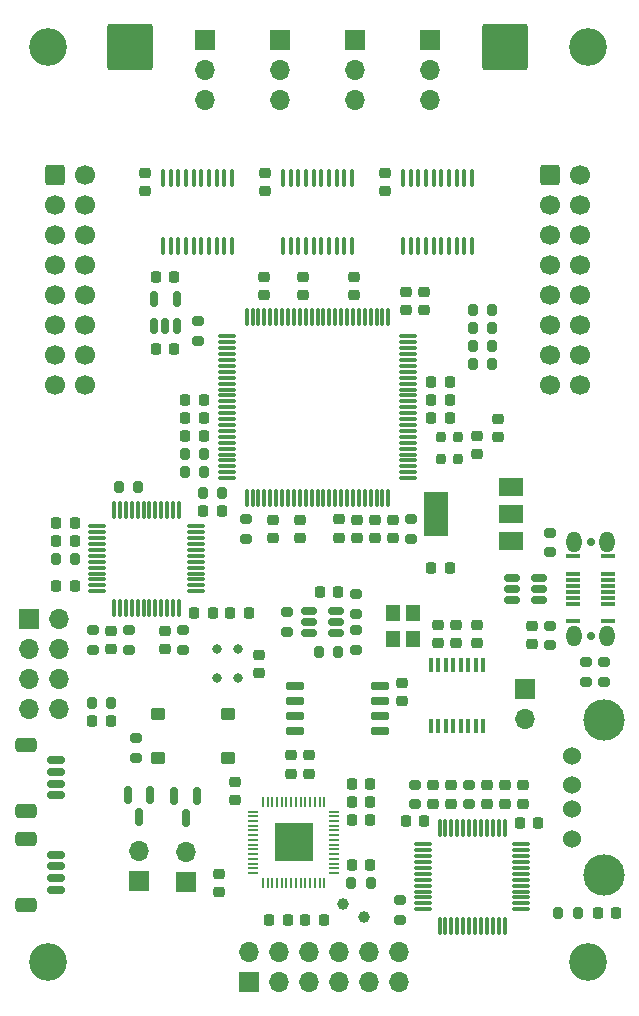
<source format=gbr>
%TF.GenerationSoftware,KiCad,Pcbnew,7.0.10*%
%TF.CreationDate,2024-02-21T15:12:55-06:00*%
%TF.ProjectId,HUB75-FPGA-Card,48554237-352d-4465-9047-412d43617264,rev?*%
%TF.SameCoordinates,Original*%
%TF.FileFunction,Soldermask,Top*%
%TF.FilePolarity,Negative*%
%FSLAX46Y46*%
G04 Gerber Fmt 4.6, Leading zero omitted, Abs format (unit mm)*
G04 Created by KiCad (PCBNEW 7.0.10) date 2024-02-21 15:12:55*
%MOMM*%
%LPD*%
G01*
G04 APERTURE LIST*
G04 Aperture macros list*
%AMRoundRect*
0 Rectangle with rounded corners*
0 $1 Rounding radius*
0 $2 $3 $4 $5 $6 $7 $8 $9 X,Y pos of 4 corners*
0 Add a 4 corners polygon primitive as box body*
4,1,4,$2,$3,$4,$5,$6,$7,$8,$9,$2,$3,0*
0 Add four circle primitives for the rounded corners*
1,1,$1+$1,$2,$3*
1,1,$1+$1,$4,$5*
1,1,$1+$1,$6,$7*
1,1,$1+$1,$8,$9*
0 Add four rect primitives between the rounded corners*
20,1,$1+$1,$2,$3,$4,$5,0*
20,1,$1+$1,$4,$5,$6,$7,0*
20,1,$1+$1,$6,$7,$8,$9,0*
20,1,$1+$1,$8,$9,$2,$3,0*%
G04 Aperture macros list end*
%ADD10C,3.200000*%
%ADD11RoundRect,0.200000X0.275000X-0.200000X0.275000X0.200000X-0.275000X0.200000X-0.275000X-0.200000X0*%
%ADD12RoundRect,0.225000X-0.250000X0.225000X-0.250000X-0.225000X0.250000X-0.225000X0.250000X0.225000X0*%
%ADD13C,1.000000*%
%ADD14RoundRect,0.200000X-0.200000X-0.275000X0.200000X-0.275000X0.200000X0.275000X-0.200000X0.275000X0*%
%ADD15RoundRect,0.150000X-0.150000X0.587500X-0.150000X-0.587500X0.150000X-0.587500X0.150000X0.587500X0*%
%ADD16RoundRect,0.200000X-0.275000X0.200000X-0.275000X-0.200000X0.275000X-0.200000X0.275000X0.200000X0*%
%ADD17RoundRect,0.225000X0.250000X-0.225000X0.250000X0.225000X-0.250000X0.225000X-0.250000X-0.225000X0*%
%ADD18RoundRect,0.150000X-0.512500X-0.150000X0.512500X-0.150000X0.512500X0.150000X-0.512500X0.150000X0*%
%ADD19C,0.800000*%
%ADD20RoundRect,0.225000X-0.225000X-0.250000X0.225000X-0.250000X0.225000X0.250000X-0.225000X0.250000X0*%
%ADD21RoundRect,0.250000X-0.600000X-0.600000X0.600000X-0.600000X0.600000X0.600000X-0.600000X0.600000X0*%
%ADD22C,1.700000*%
%ADD23R,1.700000X1.700000*%
%ADD24O,1.700000X1.700000*%
%ADD25RoundRect,0.225000X0.225000X0.250000X-0.225000X0.250000X-0.225000X-0.250000X0.225000X-0.250000X0*%
%ADD26R,2.000000X1.500000*%
%ADD27R,2.000000X3.800000*%
%ADD28RoundRect,0.200000X0.200000X0.275000X-0.200000X0.275000X-0.200000X-0.275000X0.200000X-0.275000X0*%
%ADD29RoundRect,0.100000X0.100000X-0.637500X0.100000X0.637500X-0.100000X0.637500X-0.100000X-0.637500X0*%
%ADD30RoundRect,0.150000X0.625000X-0.150000X0.625000X0.150000X-0.625000X0.150000X-0.625000X-0.150000X0*%
%ADD31RoundRect,0.250000X0.650000X-0.350000X0.650000X0.350000X-0.650000X0.350000X-0.650000X-0.350000X0*%
%ADD32RoundRect,0.102000X-0.500000X-0.375000X0.500000X-0.375000X0.500000X0.375000X-0.500000X0.375000X0*%
%ADD33R,1.200000X1.400000*%
%ADD34RoundRect,0.250002X-1.699998X-1.699998X1.699998X-1.699998X1.699998X1.699998X-1.699998X1.699998X0*%
%ADD35RoundRect,0.050000X-0.387500X-0.050000X0.387500X-0.050000X0.387500X0.050000X-0.387500X0.050000X0*%
%ADD36RoundRect,0.050000X-0.050000X-0.387500X0.050000X-0.387500X0.050000X0.387500X-0.050000X0.387500X0*%
%ADD37R,3.200000X3.200000*%
%ADD38RoundRect,0.218750X0.218750X0.256250X-0.218750X0.256250X-0.218750X-0.256250X0.218750X-0.256250X0*%
%ADD39RoundRect,0.075000X-0.662500X-0.075000X0.662500X-0.075000X0.662500X0.075000X-0.662500X0.075000X0*%
%ADD40RoundRect,0.075000X-0.075000X-0.662500X0.075000X-0.662500X0.075000X0.662500X-0.075000X0.662500X0*%
%ADD41RoundRect,0.150000X-0.650000X-0.150000X0.650000X-0.150000X0.650000X0.150000X-0.650000X0.150000X0*%
%ADD42RoundRect,0.200000X0.200000X0.250000X-0.200000X0.250000X-0.200000X-0.250000X0.200000X-0.250000X0*%
%ADD43C,0.710000*%
%ADD44RoundRect,0.040000X0.575000X-0.150000X0.575000X0.150000X-0.575000X0.150000X-0.575000X-0.150000X0*%
%ADD45O,1.304000X1.804000*%
%ADD46RoundRect,0.075000X0.075000X-0.662500X0.075000X0.662500X-0.075000X0.662500X-0.075000X-0.662500X0*%
%ADD47RoundRect,0.075000X0.662500X-0.075000X0.662500X0.075000X-0.662500X0.075000X-0.662500X-0.075000X0*%
%ADD48C,1.524000*%
%ADD49C,3.500000*%
%ADD50R,0.400000X1.200000*%
%ADD51RoundRect,0.150000X0.150000X-0.512500X0.150000X0.512500X-0.150000X0.512500X-0.150000X-0.512500X0*%
G04 APERTURE END LIST*
D10*
%TO.C,H2*%
X137160000Y-51435000D03*
%TD*%
D11*
%TO.C,R23*%
X137033000Y-105155000D03*
X137033000Y-103505000D03*
%TD*%
D12*
%TO.C,C30*%
X96774000Y-100825000D03*
X96774000Y-102375000D03*
%TD*%
D11*
%TO.C,R22*%
X98933000Y-111569000D03*
X98933000Y-109919000D03*
%TD*%
D13*
%TO.C,TP1*%
X118237000Y-125095000D03*
%TD*%
D14*
%TO.C,R16*%
X97473000Y-88646000D03*
X99123000Y-88646000D03*
%TD*%
D10*
%TO.C,H3*%
X91440000Y-128905000D03*
%TD*%
D15*
%TO.C,Q2*%
X104074000Y-114803000D03*
X102174000Y-114803000D03*
X103124000Y-116678000D03*
%TD*%
D16*
%TO.C,R12*%
X117531800Y-97764200D03*
X117531800Y-99414200D03*
%TD*%
D17*
%TO.C,C21*%
X113030000Y-72403000D03*
X113030000Y-70853000D03*
%TD*%
D11*
%TO.C,R13*%
X117531800Y-102462200D03*
X117531800Y-100812200D03*
%TD*%
D12*
%TO.C,C8*%
X120650000Y-91427000D03*
X120650000Y-92977000D03*
%TD*%
D18*
%TO.C,U7*%
X113600300Y-99163200D03*
X113600300Y-100113200D03*
X113600300Y-101063200D03*
X115875300Y-101063200D03*
X115875300Y-100113200D03*
X115875300Y-99163200D03*
%TD*%
D12*
%TO.C,C45*%
X132461000Y-100444000D03*
X132461000Y-101994000D03*
%TD*%
D19*
%TO.C,U10*%
X107530000Y-102402000D03*
X107530000Y-104862000D03*
X105830000Y-104862000D03*
X105830000Y-102402000D03*
%TD*%
D20*
%TO.C,C57*%
X117208000Y-120650000D03*
X118758000Y-120650000D03*
%TD*%
D21*
%TO.C,J3*%
X133985000Y-62230000D03*
D22*
X136525000Y-62230000D03*
X133985000Y-64770000D03*
X136525000Y-64770000D03*
X133985000Y-67310000D03*
X136525000Y-67310000D03*
X133985000Y-69850000D03*
X136525000Y-69850000D03*
X133985000Y-72390000D03*
X136525000Y-72390000D03*
X133985000Y-74930000D03*
X136525000Y-74930000D03*
X133985000Y-77470000D03*
X136525000Y-77470000D03*
X133985000Y-80010000D03*
X136525000Y-80010000D03*
%TD*%
D23*
%TO.C,J6*%
X104775000Y-50800000D03*
D24*
X104775000Y-53340000D03*
X104775000Y-55880000D03*
%TD*%
D20*
%TO.C,C2*%
X100637000Y-76962000D03*
X102187000Y-76962000D03*
%TD*%
%TO.C,C14*%
X123939000Y-81280000D03*
X125489000Y-81280000D03*
%TD*%
D12*
%TO.C,C12*%
X110490000Y-91427000D03*
X110490000Y-92977000D03*
%TD*%
D23*
%TO.C,J9*%
X123825000Y-50800000D03*
D24*
X123825000Y-53340000D03*
X123825000Y-55880000D03*
%TD*%
D11*
%TO.C,R18*%
X121285000Y-125285000D03*
X121285000Y-123635000D03*
%TD*%
D17*
%TO.C,C16*%
X121793000Y-73673000D03*
X121793000Y-72123000D03*
%TD*%
D20*
%TO.C,C53*%
X117208000Y-113792000D03*
X118758000Y-113792000D03*
%TD*%
D17*
%TO.C,C15*%
X123317000Y-73673000D03*
X123317000Y-72123000D03*
%TD*%
D16*
%TO.C,FB5*%
X127139000Y-113884500D03*
X127139000Y-115534500D03*
%TD*%
D25*
%TO.C,C49*%
X132982000Y-117094000D03*
X131432000Y-117094000D03*
%TD*%
D26*
%TO.C,U1*%
X130658000Y-93232000D03*
X130658000Y-90932000D03*
D27*
X124358000Y-90932000D03*
D26*
X130658000Y-88632000D03*
%TD*%
D14*
%TO.C,R19*%
X134684000Y-124714000D03*
X136334000Y-124714000D03*
%TD*%
D28*
%TO.C,R9*%
X129095000Y-75184000D03*
X127445000Y-75184000D03*
%TD*%
D20*
%TO.C,C56*%
X117208000Y-116840000D03*
X118758000Y-116840000D03*
%TD*%
%TO.C,C33*%
X104635000Y-90678000D03*
X106185000Y-90678000D03*
%TD*%
D29*
%TO.C,U5*%
X111375000Y-68267500D03*
X112025000Y-68267500D03*
X112675000Y-68267500D03*
X113325000Y-68267500D03*
X113975000Y-68267500D03*
X114625000Y-68267500D03*
X115275000Y-68267500D03*
X115925000Y-68267500D03*
X116575000Y-68267500D03*
X117225000Y-68267500D03*
X117225000Y-62542500D03*
X116575000Y-62542500D03*
X115925000Y-62542500D03*
X115275000Y-62542500D03*
X114625000Y-62542500D03*
X113975000Y-62542500D03*
X113325000Y-62542500D03*
X112675000Y-62542500D03*
X112025000Y-62542500D03*
X111375000Y-62542500D03*
%TD*%
D25*
%TO.C,C42*%
X108471000Y-99314000D03*
X106921000Y-99314000D03*
%TD*%
D17*
%TO.C,C10*%
X109728000Y-72403000D03*
X109728000Y-70853000D03*
%TD*%
D20*
%TO.C,C22*%
X123939000Y-82804000D03*
X125489000Y-82804000D03*
%TD*%
D25*
%TO.C,C7*%
X104661000Y-81280000D03*
X103111000Y-81280000D03*
%TD*%
D17*
%TO.C,C39*%
X130187000Y-115484500D03*
X130187000Y-113934500D03*
%TD*%
%TO.C,C54*%
X113538000Y-112929000D03*
X113538000Y-111379000D03*
%TD*%
D30*
%TO.C,J17*%
X92130000Y-122785000D03*
X92130000Y-121785000D03*
X92130000Y-120785000D03*
X92130000Y-119785000D03*
D31*
X89605000Y-124085000D03*
X89605000Y-118485000D03*
%TD*%
D28*
%TO.C,R1*%
X96837000Y-106934000D03*
X95187000Y-106934000D03*
%TD*%
D11*
%TO.C,R21*%
X133989500Y-94170000D03*
X133989500Y-92520000D03*
%TD*%
D32*
%TO.C,SW1*%
X100759000Y-107853000D03*
X106759000Y-107853000D03*
X100759000Y-111603000D03*
X106759000Y-111603000D03*
%TD*%
D13*
%TO.C,TP2*%
X116459000Y-123952000D03*
%TD*%
D28*
%TO.C,R8*%
X129095000Y-73660000D03*
X127445000Y-73660000D03*
%TD*%
D30*
%TO.C,J16*%
X92130000Y-114784000D03*
X92130000Y-113784000D03*
X92130000Y-112784000D03*
X92130000Y-111784000D03*
D31*
X89605000Y-116084000D03*
X89605000Y-110484000D03*
%TD*%
D33*
%TO.C,Y1*%
X122389000Y-101514000D03*
X122389000Y-99314000D03*
X120689000Y-99314000D03*
X120689000Y-101514000D03*
%TD*%
D14*
%TO.C,R6*%
X92139000Y-94742000D03*
X93789000Y-94742000D03*
%TD*%
D34*
%TO.C,J4*%
X98425000Y-51435000D03*
%TD*%
D14*
%TO.C,R5*%
X103061000Y-85852000D03*
X104711000Y-85852000D03*
%TD*%
D20*
%TO.C,C19*%
X123939000Y-79756000D03*
X125489000Y-79756000D03*
%TD*%
D17*
%TO.C,C18*%
X117348000Y-72403000D03*
X117348000Y-70853000D03*
%TD*%
D12*
%TO.C,C41*%
X109347000Y-102857000D03*
X109347000Y-104407000D03*
%TD*%
D29*
%TO.C,U6*%
X121535000Y-68267500D03*
X122185000Y-68267500D03*
X122835000Y-68267500D03*
X123485000Y-68267500D03*
X124135000Y-68267500D03*
X124785000Y-68267500D03*
X125435000Y-68267500D03*
X126085000Y-68267500D03*
X126735000Y-68267500D03*
X127385000Y-68267500D03*
X127385000Y-62542500D03*
X126735000Y-62542500D03*
X126085000Y-62542500D03*
X125435000Y-62542500D03*
X124785000Y-62542500D03*
X124135000Y-62542500D03*
X123485000Y-62542500D03*
X122835000Y-62542500D03*
X122185000Y-62542500D03*
X121535000Y-62542500D03*
%TD*%
D20*
%TO.C,C5*%
X100637000Y-70866000D03*
X102187000Y-70866000D03*
%TD*%
D23*
%TO.C,J13*%
X99187000Y-122052000D03*
D24*
X99187000Y-119512000D03*
%TD*%
D14*
%TO.C,R3*%
X103061000Y-87376000D03*
X104711000Y-87376000D03*
%TD*%
D25*
%TO.C,C29*%
X93739000Y-91694000D03*
X92189000Y-91694000D03*
%TD*%
D12*
%TO.C,C17*%
X112776000Y-91427000D03*
X112776000Y-92977000D03*
%TD*%
D35*
%TO.C,U14*%
X108830500Y-116145000D03*
X108830500Y-116545000D03*
X108830500Y-116945000D03*
X108830500Y-117345000D03*
X108830500Y-117745000D03*
X108830500Y-118145000D03*
X108830500Y-118545000D03*
X108830500Y-118945000D03*
X108830500Y-119345000D03*
X108830500Y-119745000D03*
X108830500Y-120145000D03*
X108830500Y-120545000D03*
X108830500Y-120945000D03*
X108830500Y-121345000D03*
D36*
X109668000Y-122182500D03*
X110068000Y-122182500D03*
X110468000Y-122182500D03*
X110868000Y-122182500D03*
X111268000Y-122182500D03*
X111668000Y-122182500D03*
X112068000Y-122182500D03*
X112468000Y-122182500D03*
X112868000Y-122182500D03*
X113268000Y-122182500D03*
X113668000Y-122182500D03*
X114068000Y-122182500D03*
X114468000Y-122182500D03*
X114868000Y-122182500D03*
D35*
X115705500Y-121345000D03*
X115705500Y-120945000D03*
X115705500Y-120545000D03*
X115705500Y-120145000D03*
X115705500Y-119745000D03*
X115705500Y-119345000D03*
X115705500Y-118945000D03*
X115705500Y-118545000D03*
X115705500Y-118145000D03*
X115705500Y-117745000D03*
X115705500Y-117345000D03*
X115705500Y-116945000D03*
X115705500Y-116545000D03*
X115705500Y-116145000D03*
D36*
X114868000Y-115307500D03*
X114468000Y-115307500D03*
X114068000Y-115307500D03*
X113668000Y-115307500D03*
X113268000Y-115307500D03*
X112868000Y-115307500D03*
X112468000Y-115307500D03*
X112068000Y-115307500D03*
X111668000Y-115307500D03*
X111268000Y-115307500D03*
X110868000Y-115307500D03*
X110468000Y-115307500D03*
X110068000Y-115307500D03*
X109668000Y-115307500D03*
D37*
X112268000Y-118745000D03*
%TD*%
D14*
%TO.C,R2*%
X104585000Y-89154000D03*
X106235000Y-89154000D03*
%TD*%
D17*
%TO.C,C23*%
X127762000Y-85865000D03*
X127762000Y-84315000D03*
%TD*%
D38*
%TO.C,D1*%
X139598500Y-124714000D03*
X138023500Y-124714000D03*
%TD*%
D17*
%TO.C,C40*%
X131711000Y-115484500D03*
X131711000Y-113934500D03*
%TD*%
D34*
%TO.C,J5*%
X130175000Y-51435000D03*
%TD*%
D39*
%TO.C,U3*%
X106637500Y-75915000D03*
X106637500Y-76415000D03*
X106637500Y-76915000D03*
X106637500Y-77415000D03*
X106637500Y-77915000D03*
X106637500Y-78415000D03*
X106637500Y-78915000D03*
X106637500Y-79415000D03*
X106637500Y-79915000D03*
X106637500Y-80415000D03*
X106637500Y-80915000D03*
X106637500Y-81415000D03*
X106637500Y-81915000D03*
X106637500Y-82415000D03*
X106637500Y-82915000D03*
X106637500Y-83415000D03*
X106637500Y-83915000D03*
X106637500Y-84415000D03*
X106637500Y-84915000D03*
X106637500Y-85415000D03*
X106637500Y-85915000D03*
X106637500Y-86415000D03*
X106637500Y-86915000D03*
X106637500Y-87415000D03*
X106637500Y-87915000D03*
D40*
X108300000Y-89577500D03*
X108800000Y-89577500D03*
X109300000Y-89577500D03*
X109800000Y-89577500D03*
X110300000Y-89577500D03*
X110800000Y-89577500D03*
X111300000Y-89577500D03*
X111800000Y-89577500D03*
X112300000Y-89577500D03*
X112800000Y-89577500D03*
X113300000Y-89577500D03*
X113800000Y-89577500D03*
X114300000Y-89577500D03*
X114800000Y-89577500D03*
X115300000Y-89577500D03*
X115800000Y-89577500D03*
X116300000Y-89577500D03*
X116800000Y-89577500D03*
X117300000Y-89577500D03*
X117800000Y-89577500D03*
X118300000Y-89577500D03*
X118800000Y-89577500D03*
X119300000Y-89577500D03*
X119800000Y-89577500D03*
X120300000Y-89577500D03*
D39*
X121962500Y-87915000D03*
X121962500Y-87415000D03*
X121962500Y-86915000D03*
X121962500Y-86415000D03*
X121962500Y-85915000D03*
X121962500Y-85415000D03*
X121962500Y-84915000D03*
X121962500Y-84415000D03*
X121962500Y-83915000D03*
X121962500Y-83415000D03*
X121962500Y-82915000D03*
X121962500Y-82415000D03*
X121962500Y-81915000D03*
X121962500Y-81415000D03*
X121962500Y-80915000D03*
X121962500Y-80415000D03*
X121962500Y-79915000D03*
X121962500Y-79415000D03*
X121962500Y-78915000D03*
X121962500Y-78415000D03*
X121962500Y-77915000D03*
X121962500Y-77415000D03*
X121962500Y-76915000D03*
X121962500Y-76415000D03*
X121962500Y-75915000D03*
D40*
X120300000Y-74252500D03*
X119800000Y-74252500D03*
X119300000Y-74252500D03*
X118800000Y-74252500D03*
X118300000Y-74252500D03*
X117800000Y-74252500D03*
X117300000Y-74252500D03*
X116800000Y-74252500D03*
X116300000Y-74252500D03*
X115800000Y-74252500D03*
X115300000Y-74252500D03*
X114800000Y-74252500D03*
X114300000Y-74252500D03*
X113800000Y-74252500D03*
X113300000Y-74252500D03*
X112800000Y-74252500D03*
X112300000Y-74252500D03*
X111800000Y-74252500D03*
X111300000Y-74252500D03*
X110800000Y-74252500D03*
X110300000Y-74252500D03*
X109800000Y-74252500D03*
X109300000Y-74252500D03*
X108800000Y-74252500D03*
X108300000Y-74252500D03*
%TD*%
D28*
%TO.C,R11*%
X129095000Y-78232000D03*
X127445000Y-78232000D03*
%TD*%
D41*
%TO.C,U13*%
X112351000Y-105537000D03*
X112351000Y-106807000D03*
X112351000Y-108077000D03*
X112351000Y-109347000D03*
X119551000Y-109347000D03*
X119551000Y-108077000D03*
X119551000Y-106807000D03*
X119551000Y-105537000D03*
%TD*%
D23*
%TO.C,J8*%
X117475000Y-50815000D03*
D24*
X117475000Y-53355000D03*
X117475000Y-55895000D03*
%TD*%
D25*
%TO.C,C3*%
X96787000Y-108458000D03*
X95237000Y-108458000D03*
%TD*%
D23*
%TO.C,J7*%
X111125000Y-50815000D03*
D24*
X111125000Y-53355000D03*
X111125000Y-55895000D03*
%TD*%
D14*
%TO.C,R25*%
X117158000Y-122174000D03*
X118808000Y-122174000D03*
%TD*%
D17*
%TO.C,C60*%
X107315000Y-115202000D03*
X107315000Y-113652000D03*
%TD*%
D20*
%TO.C,C32*%
X103873000Y-99314000D03*
X105423000Y-99314000D03*
%TD*%
D42*
%TO.C,X1*%
X126201000Y-86269000D03*
X126201000Y-84419000D03*
X124751000Y-84419000D03*
X124751000Y-86269000D03*
%TD*%
D43*
%TO.C,J10*%
X137418500Y-101282000D03*
X137418500Y-93282000D03*
D44*
X135933500Y-100032000D03*
X135933500Y-98532000D03*
X135933500Y-98032000D03*
X135933500Y-97532000D03*
X135933500Y-97032000D03*
X135933500Y-96532000D03*
X135933500Y-96032000D03*
X135933500Y-94532000D03*
X138903500Y-94532000D03*
X138903500Y-96032000D03*
X138903500Y-96532000D03*
X138903500Y-97032000D03*
X138903500Y-97532000D03*
X138903500Y-98032000D03*
X138903500Y-98532000D03*
X138903500Y-100032000D03*
D45*
X135988500Y-101282000D03*
X138848500Y-101282000D03*
X135988500Y-93282000D03*
X138848500Y-93282000D03*
%TD*%
D25*
%TO.C,C28*%
X93739000Y-93218000D03*
X92189000Y-93218000D03*
%TD*%
D23*
%TO.C,J12*%
X108458000Y-130556000D03*
D24*
X108458000Y-128016000D03*
X110998000Y-130556000D03*
X110998000Y-128016000D03*
X113538000Y-130556000D03*
X113538000Y-128016000D03*
X116078000Y-130556000D03*
X116078000Y-128016000D03*
X118618000Y-130556000D03*
X118618000Y-128016000D03*
X121158000Y-130556000D03*
X121158000Y-128016000D03*
%TD*%
D25*
%TO.C,C11*%
X104661000Y-82804000D03*
X103111000Y-82804000D03*
%TD*%
D17*
%TO.C,C48*%
X124460000Y-101867000D03*
X124460000Y-100317000D03*
%TD*%
D25*
%TO.C,C37*%
X123330000Y-116967000D03*
X121780000Y-116967000D03*
%TD*%
D12*
%TO.C,C13*%
X117602000Y-91427000D03*
X117602000Y-92977000D03*
%TD*%
D20*
%TO.C,C55*%
X117208000Y-115316000D03*
X118758000Y-115316000D03*
%TD*%
D16*
%TO.C,R7*%
X104140000Y-74613000D03*
X104140000Y-76263000D03*
%TD*%
D15*
%TO.C,Q1*%
X100137000Y-114759500D03*
X98237000Y-114759500D03*
X99187000Y-116634500D03*
%TD*%
D46*
%TO.C,U8*%
X97072000Y-98904500D03*
X97572000Y-98904500D03*
X98072000Y-98904500D03*
X98572000Y-98904500D03*
X99072000Y-98904500D03*
X99572000Y-98904500D03*
X100072000Y-98904500D03*
X100572000Y-98904500D03*
X101072000Y-98904500D03*
X101572000Y-98904500D03*
X102072000Y-98904500D03*
X102572000Y-98904500D03*
D47*
X103984500Y-97492000D03*
X103984500Y-96992000D03*
X103984500Y-96492000D03*
X103984500Y-95992000D03*
X103984500Y-95492000D03*
X103984500Y-94992000D03*
X103984500Y-94492000D03*
X103984500Y-93992000D03*
X103984500Y-93492000D03*
X103984500Y-92992000D03*
X103984500Y-92492000D03*
X103984500Y-91992000D03*
D46*
X102572000Y-90579500D03*
X102072000Y-90579500D03*
X101572000Y-90579500D03*
X101072000Y-90579500D03*
X100572000Y-90579500D03*
X100072000Y-90579500D03*
X99572000Y-90579500D03*
X99072000Y-90579500D03*
X98572000Y-90579500D03*
X98072000Y-90579500D03*
X97572000Y-90579500D03*
X97072000Y-90579500D03*
D47*
X95659500Y-91992000D03*
X95659500Y-92492000D03*
X95659500Y-92992000D03*
X95659500Y-93492000D03*
X95659500Y-93992000D03*
X95659500Y-94492000D03*
X95659500Y-94992000D03*
X95659500Y-95492000D03*
X95659500Y-95992000D03*
X95659500Y-96492000D03*
X95659500Y-96992000D03*
X95659500Y-97492000D03*
%TD*%
D12*
%TO.C,C59*%
X105918000Y-121412000D03*
X105918000Y-122962000D03*
%TD*%
D17*
%TO.C,C38*%
X125615000Y-115484500D03*
X125615000Y-113934500D03*
%TD*%
D23*
%TO.C,JP1*%
X131826000Y-105786000D03*
D24*
X131826000Y-108326000D03*
%TD*%
D11*
%TO.C,FB2*%
X95250000Y-102425000D03*
X95250000Y-100775000D03*
%TD*%
D17*
%TO.C,C36*%
X128663000Y-115484500D03*
X128663000Y-113934500D03*
%TD*%
D12*
%TO.C,C20*%
X116078000Y-91414000D03*
X116078000Y-92964000D03*
%TD*%
D11*
%TO.C,R4*%
X108204000Y-93027000D03*
X108204000Y-91377000D03*
%TD*%
D16*
%TO.C,R20*%
X133989500Y-100394000D03*
X133989500Y-102044000D03*
%TD*%
D17*
%TO.C,C25*%
X109855000Y-63640000D03*
X109855000Y-62090000D03*
%TD*%
D10*
%TO.C,H1*%
X91440000Y-51435000D03*
%TD*%
D28*
%TO.C,R10*%
X129095000Y-76708000D03*
X127445000Y-76708000D03*
%TD*%
D17*
%TO.C,C35*%
X124091000Y-115484500D03*
X124091000Y-113934500D03*
%TD*%
D48*
%TO.C,J11*%
X135805000Y-118435000D03*
X135805000Y-115935000D03*
X135805000Y-113935000D03*
X135805000Y-111435000D03*
D49*
X138515000Y-121505000D03*
X138515000Y-108365000D03*
%TD*%
D17*
%TO.C,C46*%
X127762000Y-101867000D03*
X127762000Y-100317000D03*
%TD*%
D20*
%TO.C,C51*%
X113271000Y-125349000D03*
X114821000Y-125349000D03*
%TD*%
D23*
%TO.C,J1*%
X89911000Y-99832000D03*
D24*
X92451000Y-99832000D03*
X89911000Y-102372000D03*
X92451000Y-102372000D03*
X89911000Y-104912000D03*
X92451000Y-104912000D03*
X89911000Y-107452000D03*
X92451000Y-107452000D03*
%TD*%
D11*
%TO.C,R24*%
X138557000Y-105155000D03*
X138557000Y-103505000D03*
%TD*%
D20*
%TO.C,C4*%
X123939000Y-95504000D03*
X125489000Y-95504000D03*
%TD*%
D50*
%TO.C,U12*%
X123888500Y-108899000D03*
X124523500Y-108899000D03*
X125158500Y-108899000D03*
X125793500Y-108899000D03*
X126428500Y-108899000D03*
X127063500Y-108899000D03*
X127698500Y-108899000D03*
X128333500Y-108899000D03*
X128333500Y-103699000D03*
X127698500Y-103699000D03*
X127063500Y-103699000D03*
X126428500Y-103699000D03*
X125793500Y-103699000D03*
X125158500Y-103699000D03*
X124523500Y-103699000D03*
X123888500Y-103699000D03*
%TD*%
D25*
%TO.C,C27*%
X116020800Y-97573200D03*
X114470800Y-97573200D03*
%TD*%
D51*
%TO.C,U2*%
X100462000Y-75051500D03*
X101412000Y-75051500D03*
X102362000Y-75051500D03*
X102362000Y-72776500D03*
X100462000Y-72776500D03*
%TD*%
D11*
%TO.C,FB3*%
X102870000Y-102425000D03*
X102870000Y-100775000D03*
%TD*%
D29*
%TO.C,U4*%
X101215000Y-68267500D03*
X101865000Y-68267500D03*
X102515000Y-68267500D03*
X103165000Y-68267500D03*
X103815000Y-68267500D03*
X104465000Y-68267500D03*
X105115000Y-68267500D03*
X105765000Y-68267500D03*
X106415000Y-68267500D03*
X107065000Y-68267500D03*
X107065000Y-62542500D03*
X106415000Y-62542500D03*
X105765000Y-62542500D03*
X105115000Y-62542500D03*
X104465000Y-62542500D03*
X103815000Y-62542500D03*
X103165000Y-62542500D03*
X102515000Y-62542500D03*
X101865000Y-62542500D03*
X101215000Y-62542500D03*
%TD*%
D12*
%TO.C,C6*%
X119126000Y-91427000D03*
X119126000Y-92977000D03*
%TD*%
D28*
%TO.C,R15*%
X116070800Y-102653200D03*
X114420800Y-102653200D03*
%TD*%
D10*
%TO.C,H4*%
X137160000Y-128905000D03*
%TD*%
D17*
%TO.C,C24*%
X99695000Y-63640000D03*
X99695000Y-62090000D03*
%TD*%
D21*
%TO.C,J2*%
X92075000Y-62230000D03*
D22*
X94615000Y-62230000D03*
X92075000Y-64770000D03*
X94615000Y-64770000D03*
X92075000Y-67310000D03*
X94615000Y-67310000D03*
X92075000Y-69850000D03*
X94615000Y-69850000D03*
X92075000Y-72390000D03*
X94615000Y-72390000D03*
X92075000Y-74930000D03*
X94615000Y-74930000D03*
X92075000Y-77470000D03*
X94615000Y-77470000D03*
X92075000Y-80010000D03*
X94615000Y-80010000D03*
%TD*%
D17*
%TO.C,C26*%
X120015000Y-63640000D03*
X120015000Y-62090000D03*
%TD*%
%TO.C,C1*%
X129540000Y-84468000D03*
X129540000Y-82918000D03*
%TD*%
D11*
%TO.C,R14*%
X111689800Y-100938200D03*
X111689800Y-99288200D03*
%TD*%
D25*
%TO.C,C58*%
X111773000Y-125349000D03*
X110223000Y-125349000D03*
%TD*%
D46*
%TO.C,U9*%
X124631000Y-125828500D03*
X125131000Y-125828500D03*
X125631000Y-125828500D03*
X126131000Y-125828500D03*
X126631000Y-125828500D03*
X127131000Y-125828500D03*
X127631000Y-125828500D03*
X128131000Y-125828500D03*
X128631000Y-125828500D03*
X129131000Y-125828500D03*
X129631000Y-125828500D03*
X130131000Y-125828500D03*
D47*
X131543500Y-124416000D03*
X131543500Y-123916000D03*
X131543500Y-123416000D03*
X131543500Y-122916000D03*
X131543500Y-122416000D03*
X131543500Y-121916000D03*
X131543500Y-121416000D03*
X131543500Y-120916000D03*
X131543500Y-120416000D03*
X131543500Y-119916000D03*
X131543500Y-119416000D03*
X131543500Y-118916000D03*
D46*
X130131000Y-117503500D03*
X129631000Y-117503500D03*
X129131000Y-117503500D03*
X128631000Y-117503500D03*
X128131000Y-117503500D03*
X127631000Y-117503500D03*
X127131000Y-117503500D03*
X126631000Y-117503500D03*
X126131000Y-117503500D03*
X125631000Y-117503500D03*
X125131000Y-117503500D03*
X124631000Y-117503500D03*
D47*
X123218500Y-118916000D03*
X123218500Y-119416000D03*
X123218500Y-119916000D03*
X123218500Y-120416000D03*
X123218500Y-120916000D03*
X123218500Y-121416000D03*
X123218500Y-121916000D03*
X123218500Y-122416000D03*
X123218500Y-122916000D03*
X123218500Y-123416000D03*
X123218500Y-123916000D03*
X123218500Y-124416000D03*
%TD*%
D17*
%TO.C,C52*%
X112014000Y-112929000D03*
X112014000Y-111379000D03*
%TD*%
D11*
%TO.C,FB1*%
X122174000Y-93027000D03*
X122174000Y-91377000D03*
%TD*%
D12*
%TO.C,C31*%
X101346000Y-100825000D03*
X101346000Y-102375000D03*
%TD*%
D17*
%TO.C,C47*%
X125984000Y-101867000D03*
X125984000Y-100317000D03*
%TD*%
D18*
%TO.C,U11*%
X130737250Y-96332000D03*
X130737250Y-97282000D03*
X130737250Y-98232000D03*
X133012250Y-98232000D03*
X133012250Y-97282000D03*
X133012250Y-96332000D03*
%TD*%
D12*
%TO.C,C50*%
X121412000Y-105270000D03*
X121412000Y-106820000D03*
%TD*%
D25*
%TO.C,C34*%
X93739000Y-97028000D03*
X92189000Y-97028000D03*
%TD*%
D16*
%TO.C,R17*%
X98298000Y-100775000D03*
X98298000Y-102425000D03*
%TD*%
D25*
%TO.C,C9*%
X104661000Y-84328000D03*
X103111000Y-84328000D03*
%TD*%
D16*
%TO.C,FB4*%
X122567000Y-113884500D03*
X122567000Y-115534500D03*
%TD*%
D23*
%TO.C,J14*%
X103124000Y-122095500D03*
D24*
X103124000Y-119555500D03*
%TD*%
M02*

</source>
